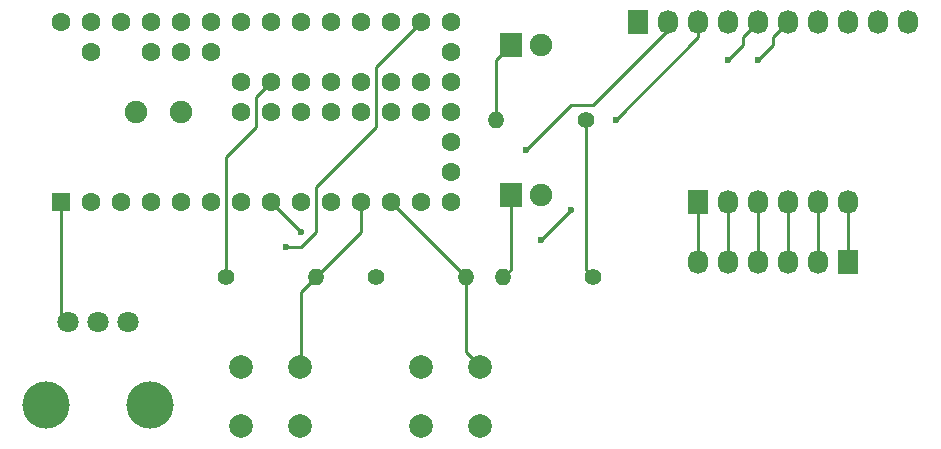
<source format=gbr>
G04 #@! TF.FileFunction,Copper,L1,Top,Signal*
%FSLAX46Y46*%
G04 Gerber Fmt 4.6, Leading zero omitted, Abs format (unit mm)*
G04 Created by KiCad (PCBNEW 4.0.7) date 2018 April 09, Monday 11:43:40*
%MOMM*%
%LPD*%
G01*
G04 APERTURE LIST*
%ADD10C,0.100000*%
%ADD11R,1.727200X2.032000*%
%ADD12O,1.727200X2.032000*%
%ADD13R,1.900000X2.000000*%
%ADD14C,1.900000*%
%ADD15C,1.400000*%
%ADD16O,1.400000X1.400000*%
%ADD17C,1.800000*%
%ADD18C,4.000000*%
%ADD19C,2.000000*%
%ADD20C,1.600000*%
%ADD21R,1.600000X1.600000*%
%ADD22C,0.600000*%
%ADD23C,0.250000*%
G04 APERTURE END LIST*
D10*
D11*
X151765000Y-114300000D03*
D12*
X154305000Y-114300000D03*
X156845000Y-114300000D03*
X159385000Y-114300000D03*
X161925000Y-114300000D03*
X164465000Y-114300000D03*
D11*
X146685000Y-99060000D03*
D12*
X149225000Y-99060000D03*
X151765000Y-99060000D03*
X154305000Y-99060000D03*
X156845000Y-99060000D03*
X159385000Y-99060000D03*
X161925000Y-99060000D03*
X164465000Y-99060000D03*
X167005000Y-99060000D03*
X169545000Y-99060000D03*
D13*
X135890000Y-113665000D03*
D14*
X138430000Y-113665000D03*
D13*
X135890000Y-100965000D03*
D14*
X138430000Y-100965000D03*
D15*
X124460000Y-120650000D03*
D16*
X132080000Y-120650000D03*
D15*
X111760000Y-120650000D03*
D16*
X119380000Y-120650000D03*
D15*
X142875000Y-120650000D03*
D16*
X135255000Y-120650000D03*
D15*
X142240000Y-107315000D03*
D16*
X134620000Y-107315000D03*
D17*
X103425000Y-124460000D03*
X100925000Y-124460000D03*
X98425000Y-124460000D03*
D18*
X105325000Y-131460000D03*
X96525000Y-131460000D03*
D19*
X128270000Y-128270000D03*
X133270000Y-128270000D03*
X133270000Y-133270000D03*
X128270000Y-133270000D03*
X113030000Y-128270000D03*
X118030000Y-128270000D03*
X118030000Y-133270000D03*
X113030000Y-133270000D03*
D20*
X130810000Y-106680000D03*
X130810000Y-104140000D03*
X130810000Y-101600000D03*
X130810000Y-99060000D03*
X130810000Y-109220000D03*
X130810000Y-111760000D03*
X130810000Y-114300000D03*
X128270000Y-99060000D03*
X125730000Y-99060000D03*
X123190000Y-99060000D03*
X120650000Y-99060000D03*
X118110000Y-99060000D03*
X115570000Y-99060000D03*
X113030000Y-99060000D03*
X110490000Y-99060000D03*
X107950000Y-99060000D03*
X105410000Y-99060000D03*
X102870000Y-99060000D03*
X100330000Y-99060000D03*
X97790000Y-99060000D03*
X100330000Y-101600000D03*
X105410000Y-101600000D03*
X107950000Y-101600000D03*
X110490000Y-101600000D03*
X128270000Y-114300000D03*
X125730000Y-114300000D03*
X123190000Y-114300000D03*
X120650000Y-114300000D03*
X118110000Y-114300000D03*
X115570000Y-114300000D03*
X113030000Y-114300000D03*
X110490000Y-114300000D03*
X107950000Y-114300000D03*
X105410000Y-114300000D03*
X102870000Y-114300000D03*
X100330000Y-114300000D03*
D21*
X97790000Y-114300000D03*
D20*
X113030000Y-106680000D03*
X115570000Y-106680000D03*
X118110000Y-106680000D03*
X120650000Y-106680000D03*
X123190000Y-106680000D03*
X125730000Y-106680000D03*
X128270000Y-106680000D03*
X128270000Y-104140000D03*
X125730000Y-104140000D03*
X123190000Y-104140000D03*
X120650000Y-104140000D03*
X118110000Y-104140000D03*
X115570000Y-104140000D03*
X113030000Y-104140000D03*
D14*
X107950000Y-106680000D03*
X104140000Y-106680000D03*
D11*
X164465000Y-119380000D03*
D12*
X161925000Y-119380000D03*
X159385000Y-119380000D03*
X156845000Y-119380000D03*
X154305000Y-119380000D03*
X151765000Y-119380000D03*
D22*
X137160000Y-109855000D03*
X144780000Y-107315000D03*
X154305000Y-102235000D03*
X140970000Y-114935000D03*
X138430000Y-117475000D03*
X118110000Y-116840000D03*
X156845000Y-102235000D03*
X116840000Y-118110000D03*
D23*
X135255000Y-120650000D02*
X135890000Y-120015000D01*
X135890000Y-120015000D02*
X135890000Y-113665000D01*
X135890000Y-100965000D02*
X134620000Y-102235000D01*
X134620000Y-102235000D02*
X134620000Y-107315000D01*
X115570000Y-104140000D02*
X114300000Y-105410000D01*
X114300000Y-105410000D02*
X114300000Y-107950000D01*
X114300000Y-107950000D02*
X111760000Y-110490000D01*
X111760000Y-110490000D02*
X111760000Y-120650000D01*
X137160000Y-109855000D02*
X140970000Y-106045000D01*
X140970000Y-106045000D02*
X142875000Y-106045000D01*
X142875000Y-106045000D02*
X149225000Y-99695000D01*
X149225000Y-99695000D02*
X149225000Y-99060000D01*
X144780000Y-107315000D02*
X151765000Y-100330000D01*
X151765000Y-100330000D02*
X151765000Y-99060000D01*
X156845000Y-99060000D02*
X155575000Y-100330000D01*
X155575000Y-100330000D02*
X155575000Y-100965000D01*
X155575000Y-100965000D02*
X154305000Y-102235000D01*
X140970000Y-114935000D02*
X138430000Y-117475000D01*
X118110000Y-116840000D02*
X115570000Y-114300000D01*
X159385000Y-99060000D02*
X158115000Y-100330000D01*
X158115000Y-100330000D02*
X158115000Y-100965000D01*
X158115000Y-100965000D02*
X156845000Y-102235000D01*
X142875000Y-120650000D02*
X142240000Y-120015000D01*
X142240000Y-120015000D02*
X142240000Y-107315000D01*
X98425000Y-124460000D02*
X97790000Y-123825000D01*
X97790000Y-123825000D02*
X97790000Y-114300000D01*
X151765000Y-119380000D02*
X151765000Y-114935000D01*
X154305000Y-119380000D02*
X154305000Y-114935000D01*
X156845000Y-119380000D02*
X156845000Y-114935000D01*
X159385000Y-119380000D02*
X159385000Y-114935000D01*
X161925000Y-119380000D02*
X161925000Y-114935000D01*
X164465000Y-119380000D02*
X164465000Y-114935000D01*
X132080000Y-120650000D02*
X125730000Y-114300000D01*
X133270000Y-128270000D02*
X133350000Y-128270000D01*
X133350000Y-128270000D02*
X132080000Y-127000000D01*
X132080000Y-127000000D02*
X132080000Y-120650000D01*
X119380000Y-120650000D02*
X123190000Y-116840000D01*
X123190000Y-116840000D02*
X123190000Y-114300000D01*
X119380000Y-120650000D02*
X118110000Y-121920000D01*
X118110000Y-121920000D02*
X118110000Y-128270000D01*
X118110000Y-128270000D02*
X118030000Y-128270000D01*
X116840000Y-118110000D02*
X118110000Y-118110000D01*
X118110000Y-118110000D02*
X119380000Y-116840000D01*
X119380000Y-116840000D02*
X119380000Y-113030000D01*
X119380000Y-113030000D02*
X124460000Y-107950000D01*
X124460000Y-107950000D02*
X124460000Y-102870000D01*
X124460000Y-102870000D02*
X128270000Y-99060000D01*
M02*

</source>
